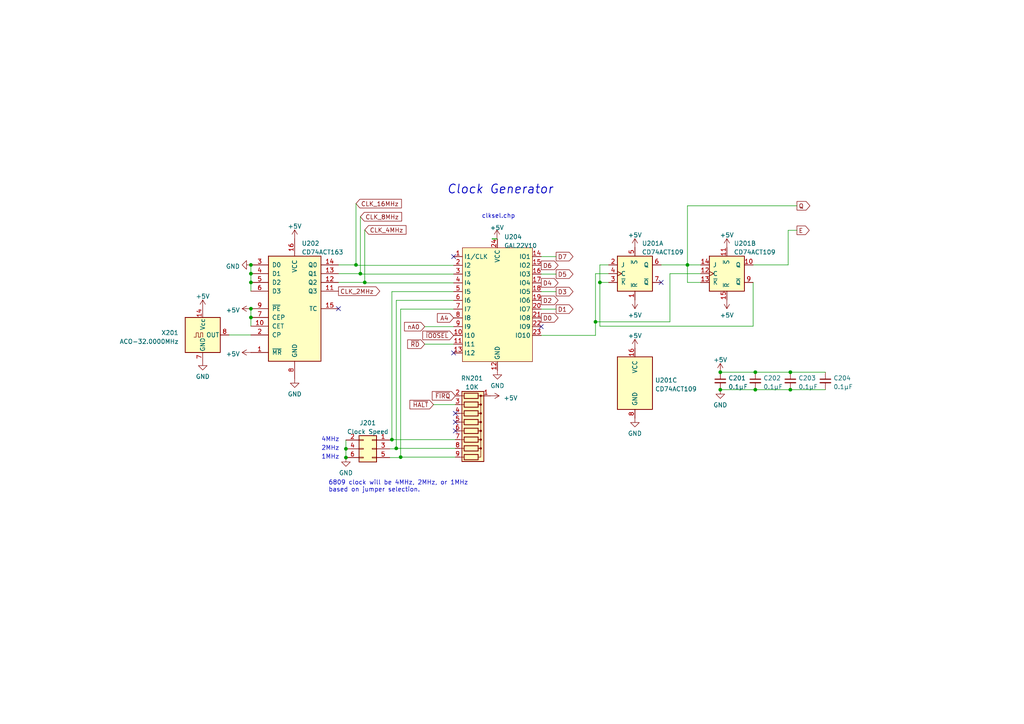
<source format=kicad_sch>
(kicad_sch (version 20230121) (generator eeschema)
  (paper "A4")
  (title_block (title "6809 Playground system board") (date "2023-04-29") (company "Copyright (c) 2022-2023 Jason R. Thorpe. See LICENSE."))
  (lib_symbols
    (symbol "74xx:74LS109" (pin_names (offset 1.016))
      (property "Reference" "U" (at -7.62 8.89 0))
      (property "Value" "74LS109" (at -7.62 -8.89 0))
      (symbol "74LS109_1_0"
        (pin input line (at 0 -7.62 90) (length 2.54) (name "~{R}") (number "1"))
        (pin input line (at -7.62 2.54 0) (length 2.54) (name "J") (number "2"))
        (pin input line (at -7.62 -2.54 0) (length 2.54) (name "~{K}") (number "3"))
        (pin input clock (at -7.62 0 0) (length 2.54) (name "C") (number "4"))
        (pin input line (at 0 7.62 270) (length 2.54) (name "~{S}") (number "5"))
        (pin output line (at 7.62 2.54 180) (length 2.54) (name "Q") (number "6"))
        (pin output line (at 7.62 -2.54 180) (length 2.54) (name "~{Q}") (number "7"))
      )
      (symbol "74LS109_1_1"
        (rectangle (start -5.08 5.08) (end 5.08 -5.08) (stroke (width 0.254)) (fill (type background)))
      )
      (symbol "74LS109_2_0"
        (pin output line (at 7.62 2.54 180) (length 2.54) (name "Q") (number "10"))
        (pin input line (at 0 7.62 270) (length 2.54) (name "~{S}") (number "11"))
        (pin input clock (at -7.62 0 0) (length 2.54) (name "C") (number "12"))
        (pin input line (at -7.62 -2.54 0) (length 2.54) (name "~{K}") (number "13"))
        (pin input line (at -7.62 2.54 0) (length 2.54) (name "J") (number "14"))
        (pin input line (at 0 -7.62 90) (length 2.54) (name "~{R}") (number "15"))
        (pin output line (at 7.62 -2.54 180) (length 2.54) (name "~{Q}") (number "9"))
      )
      (symbol "74LS109_2_1"
        (rectangle (start -5.08 5.08) (end 5.08 -5.08) (stroke (width 0.254)) (fill (type background)))
      )
      (symbol "74LS109_3_0"
        (pin power_in line (at 0 10.16 270) (length 2.54) (name "VCC") (number "16"))
        (pin power_in line (at 0 -10.16 90) (length 2.54) (name "GND") (number "8"))
      )
      (symbol "74LS109_3_1"
        (rectangle (start -5.08 7.62) (end 5.08 -7.62) (stroke (width 0.254)) (fill (type background)))
      )
    )
    (symbol "74xx:74LS163" (pin_names (offset 1.016))
      (property "Reference" "U" (at -7.62 16.51 0))
      (property "Value" "74LS163" (at -7.62 -16.51 0))
      (symbol "74LS163_1_0"
        (pin input line (at -12.7 -12.7 0) (length 5.08) (name "~{MR}") (number "1"))
        (pin input line (at -12.7 -5.08 0) (length 5.08) (name "CET") (number "10"))
        (pin output line (at 12.7 5.08 180) (length 5.08) (name "Q3") (number "11"))
        (pin output line (at 12.7 7.62 180) (length 5.08) (name "Q2") (number "12"))
        (pin output line (at 12.7 10.16 180) (length 5.08) (name "Q1") (number "13"))
        (pin output line (at 12.7 12.7 180) (length 5.08) (name "Q0") (number "14"))
        (pin output line (at 12.7 0 180) (length 5.08) (name "TC") (number "15"))
        (pin power_in line (at 0 20.32 270) (length 5.08) (name "VCC") (number "16"))
        (pin input line (at -12.7 -7.62 0) (length 5.08) (name "CP") (number "2"))
        (pin input line (at -12.7 12.7 0) (length 5.08) (name "D0") (number "3"))
        (pin input line (at -12.7 10.16 0) (length 5.08) (name "D1") (number "4"))
        (pin input line (at -12.7 7.62 0) (length 5.08) (name "D2") (number "5"))
        (pin input line (at -12.7 5.08 0) (length 5.08) (name "D3") (number "6"))
        (pin input line (at -12.7 -2.54 0) (length 5.08) (name "CEP") (number "7"))
        (pin power_in line (at 0 -20.32 90) (length 5.08) (name "GND") (number "8"))
        (pin input line (at -12.7 0 0) (length 5.08) (name "~{PE}") (number "9"))
      )
      (symbol "74LS163_1_1"
        (rectangle (start -7.62 15.24) (end 7.62 -15.24) (stroke (width 0.254)) (fill (type background)))
      )
    )
    (symbol "Connector_Generic:Conn_02x03_Odd_Even" (pin_names (offset 1.016) hide)
      (property "Reference" "J" (at 1.27 5.08 0))
      (property "Value" "Conn_02x03_Odd_Even" (at 1.27 -5.08 0))
      (symbol "Conn_02x03_Odd_Even_1_1"
        (rectangle (start -1.27 -2.413) (end 0 -2.667) (stroke (width 0.1524)))
        (rectangle (start -1.27 0.127) (end 0 -0.127) (stroke (width 0.1524)))
        (rectangle (start -1.27 2.667) (end 0 2.413) (stroke (width 0.1524)))
        (rectangle (start -1.27 3.81) (end 3.81 -3.81) (stroke (width 0.254)) (fill (type background)))
        (rectangle (start 3.81 -2.413) (end 2.54 -2.667) (stroke (width 0.1524)))
        (rectangle (start 3.81 0.127) (end 2.54 -0.127) (stroke (width 0.1524)))
        (rectangle (start 3.81 2.667) (end 2.54 2.413) (stroke (width 0.1524)))
        (pin passive line (at -5.08 2.54 0) (length 3.81) (name "Pin_1") (number "1"))
        (pin passive line (at 7.62 2.54 180) (length 3.81) (name "Pin_2") (number "2"))
        (pin passive line (at -5.08 0 0) (length 3.81) (name "Pin_3") (number "3"))
        (pin passive line (at 7.62 0 180) (length 3.81) (name "Pin_4") (number "4"))
        (pin passive line (at -5.08 -2.54 0) (length 3.81) (name "Pin_5") (number "5"))
        (pin passive line (at 7.62 -2.54 180) (length 3.81) (name "Pin_6") (number "6"))
      )
    )
    (symbol "Device:C_Small" (pin_numbers hide) (pin_names (offset 0.254) hide)
      (property "Reference" "C" (at 0.254 1.778 0))
      (property "Value" "C_Small" (at 0.254 -2.032 0))
      (symbol "C_Small_0_1"
        (polyline (pts (xy -1.524 -0.508) (xy 1.524 -0.508)) (stroke (width 0.3302)))
        (polyline (pts (xy -1.524 0.508) (xy 1.524 0.508)) (stroke (width 0.3048)))
      )
      (symbol "C_Small_1_1"
        (pin passive line (at 0 2.54 270) (length 2.032) (name "~") (number "1"))
        (pin passive line (at 0 -2.54 90) (length 2.032) (name "~") (number "2"))
      )
    )
    (symbol "Device:R_Network08" (pin_names (offset 0) hide)
      (property "Reference" "RN" (at -12.7 0 90))
      (property "Value" "R_Network08" (at 10.16 0 90))
      (symbol "R_Network08_0_1"
        (rectangle (start -11.43 -3.175) (end 8.89 3.175) (stroke (width 0.254)) (fill (type background)))
        (rectangle (start -10.922 1.524) (end -9.398 -2.54) (stroke (width 0.254)))
        (circle (center -10.16 2.286) (radius 0.254) (fill (type outline)))
        (rectangle (start -8.382 1.524) (end -6.858 -2.54) (stroke (width 0.254)))
        (circle (center -7.62 2.286) (radius 0.254) (fill (type outline)))
        (rectangle (start -5.842 1.524) (end -4.318 -2.54) (stroke (width 0.254)))
        (circle (center -5.08 2.286) (radius 0.254) (fill (type outline)))
        (rectangle (start -3.302 1.524) (end -1.778 -2.54) (stroke (width 0.254)))
        (circle (center -2.54 2.286) (radius 0.254) (fill (type outline)))
        (rectangle (start -0.762 1.524) (end 0.762 -2.54) (stroke (width 0.254)))
        (polyline (pts (xy -10.16 -2.54) (xy -10.16 -3.81)))
        (polyline (pts (xy -7.62 -2.54) (xy -7.62 -3.81)))
        (polyline (pts (xy -5.08 -2.54) (xy -5.08 -3.81)))
        (polyline (pts (xy -2.54 -2.54) (xy -2.54 -3.81)))
        (polyline (pts (xy 0 -2.54) (xy 0 -3.81)))
        (polyline (pts (xy 2.54 -2.54) (xy 2.54 -3.81)))
        (polyline (pts (xy 5.08 -2.54) (xy 5.08 -3.81)))
        (polyline (pts (xy 7.62 -2.54) (xy 7.62 -3.81)))
        (polyline (pts (xy -10.16 1.524) (xy -10.16 2.286) (xy -7.62 2.286) (xy -7.62 1.524)))
        (polyline (pts (xy -7.62 1.524) (xy -7.62 2.286) (xy -5.08 2.286) (xy -5.08 1.524)))
        (polyline (pts (xy -5.08 1.524) (xy -5.08 2.286) (xy -2.54 2.286) (xy -2.54 1.524)))
        (polyline (pts (xy -2.54 1.524) (xy -2.54 2.286) (xy 0 2.286) (xy 0 1.524)))
        (polyline (pts (xy 0 1.524) (xy 0 2.286) (xy 2.54 2.286) (xy 2.54 1.524)))
        (polyline (pts (xy 2.54 1.524) (xy 2.54 2.286) (xy 5.08 2.286) (xy 5.08 1.524)))
        (polyline (pts (xy 5.08 1.524) (xy 5.08 2.286) (xy 7.62 2.286) (xy 7.62 1.524)))
        (circle (center 0 2.286) (radius 0.254) (fill (type outline)))
        (rectangle (start 1.778 1.524) (end 3.302 -2.54) (stroke (width 0.254)))
        (circle (center 2.54 2.286) (radius 0.254) (fill (type outline)))
        (rectangle (start 4.318 1.524) (end 5.842 -2.54) (stroke (width 0.254)))
        (circle (center 5.08 2.286) (radius 0.254) (fill (type outline)))
        (rectangle (start 6.858 1.524) (end 8.382 -2.54) (stroke (width 0.254)))
      )
      (symbol "R_Network08_1_1"
        (pin passive line (at -10.16 5.08 270) (length 2.54) (name "common") (number "1"))
        (pin passive line (at -10.16 -5.08 90) (length 1.27) (name "R1") (number "2"))
        (pin passive line (at -7.62 -5.08 90) (length 1.27) (name "R2") (number "3"))
        (pin passive line (at -5.08 -5.08 90) (length 1.27) (name "R3") (number "4"))
        (pin passive line (at -2.54 -5.08 90) (length 1.27) (name "R4") (number "5"))
        (pin passive line (at 0 -5.08 90) (length 1.27) (name "R5") (number "6"))
        (pin passive line (at 2.54 -5.08 90) (length 1.27) (name "R6") (number "7"))
        (pin passive line (at 5.08 -5.08 90) (length 1.27) (name "R7") (number "8"))
        (pin passive line (at 7.62 -5.08 90) (length 1.27) (name "R8") (number "9"))
      )
    )
    (symbol "Oscillator:ACO-xxxMHz" (pin_names (offset 0.254))
      (property "Reference" "X" (at -5.08 6.35 0))
      (property "Value" "ACO-xxxMHz" (at 1.27 -6.35 0))
      (symbol "ACO-xxxMHz_0_1"
        (rectangle (start -5.08 5.08) (end 5.08 -5.08) (stroke (width 0.254)) (fill (type background)))
        (polyline (pts (xy -2.54 -0.635) (xy -1.905 -0.635) (xy -1.905 0.635) (xy -1.27 0.635) (xy -1.27 -0.635) (xy -0.635 -0.635) (xy -0.635 0.635) (xy 0 0.635) (xy 0 -0.635)))
      )
      (symbol "ACO-xxxMHz_1_1"
        (pin no_connect line (at -5.08 2.54 0) (length 2.54) hide (name "NC") (number "1"))
        (pin power_in line (at 0 7.62 270) (length 2.54) (name "Vcc") (number "14"))
        (pin power_in line (at 0 -7.62 90) (length 2.54) (name "GND") (number "7"))
        (pin output line (at 7.62 0 180) (length 2.54) (name "OUT") (number "8"))
      )
    )
    (symbol "jrt-ICs:GAL22V10" (pin_names (offset 0.5))
      (property "Reference" "U" (at 2.54 20.32 0))
      (property "Value" "GAL22V10" (at 0 0 0))
      (symbol "GAL22V10_1_1"
        (rectangle (start -10.16 16.51) (end 10.16 -16.51) (fill (type background)))
        (pin input line (at -12.7 13.97 0) (length 2.54) (name "I1/CLK") (number "1"))
        (pin input line (at -12.7 -8.89 0) (length 2.54) (name "I10") (number "10"))
        (pin input line (at -12.7 -11.43 0) (length 2.54) (name "I11") (number "11"))
        (pin power_in line (at 0 -19.05 90) (length 2.54) (name "GND") (number "12"))
        (pin input line (at -12.7 -13.97 0) (length 2.54) (name "I12") (number "13"))
        (pin tri_state line (at 12.7 13.97 180) (length 2.54) (name "IO1") (number "14"))
        (pin tri_state line (at 12.7 11.43 180) (length 2.54) (name "IO2") (number "15"))
        (pin tri_state line (at 12.7 8.89 180) (length 2.54) (name "IO3") (number "16"))
        (pin tri_state line (at 12.7 6.35 180) (length 2.54) (name "IO4") (number "17"))
        (pin tri_state line (at 12.7 3.81 180) (length 2.54) (name "IO5") (number "18"))
        (pin tri_state line (at 12.7 1.27 180) (length 2.54) (name "IO6") (number "19"))
        (pin input line (at -12.7 11.43 0) (length 2.54) (name "I2") (number "2"))
        (pin tri_state line (at 12.7 -1.27 180) (length 2.54) (name "IO7") (number "20"))
        (pin tri_state line (at 12.7 -3.81 180) (length 2.54) (name "IO8") (number "21"))
        (pin tri_state line (at 12.7 -6.35 180) (length 2.54) (name "IO9") (number "22"))
        (pin tri_state line (at 12.7 -8.89 180) (length 2.54) (name "IO10") (number "23"))
        (pin power_in line (at 0 19.05 270) (length 2.54) (name "VCC") (number "24"))
        (pin input line (at -12.7 8.89 0) (length 2.54) (name "I3") (number "3"))
        (pin input line (at -12.7 6.35 0) (length 2.54) (name "I4") (number "4"))
        (pin input line (at -12.7 3.81 0) (length 2.54) (name "I5") (number "5"))
        (pin input line (at -12.7 1.27 0) (length 2.54) (name "I6") (number "6"))
        (pin input line (at -12.7 -1.27 0) (length 2.54) (name "I7") (number "7"))
        (pin input line (at -12.7 -3.81 0) (length 2.54) (name "I8") (number "8"))
        (pin input line (at -12.7 -6.35 0) (length 2.54) (name "I9") (number "9"))
      )
    )
    (symbol "power:+5V" (power) (pin_names (offset 0))
      (property "Value" "+5V" (at 0 3.556 0))
      (symbol "+5V_0_1"
        (polyline (pts (xy -0.762 1.27) (xy 0 2.54)))
        (polyline (pts (xy 0 0) (xy 0 2.54)))
        (polyline (pts (xy 0 2.54) (xy 0.762 1.27)))
      )
      (symbol "+5V_1_1"
        (pin power_in line (at 0 0 90) (length 0) hide (name "+5V") (number "1"))
      )
    )
    (symbol "power:GND" (power) (pin_names (offset 0))
      (property "Value" "GND" (at 0 -3.81 0))
      (symbol "GND_0_1"
        (polyline (pts (xy 0 0) (xy 0 -1.27) (xy 1.27 -1.27) (xy 0 -2.54) (xy -1.27 -1.27) (xy 0 -1.27)))
      )
      (symbol "GND_1_1"
        (pin power_in line (at 0 0 270) (length 0) hide (name "GND") (number "1"))
      )
    )
  )
  (junction (at 104.521 79.375))
  (junction (at 114.935 130.048))
  (junction (at 72.771 89.535))
  (junction (at 105.791 81.915))
  (junction (at 229.235 113.03))
  (junction (at 219.075 113.03))
  (junction (at 72.771 79.375))
  (junction (at 173.99 81.915))
  (junction (at 199.39 76.835))
  (junction (at 208.915 107.95))
  (junction (at 229.235 107.95))
  (junction (at 100.33 132.715))
  (junction (at 100.33 130.175))
  (junction (at 208.915 113.03))
  (junction (at 113.665 127.508))
  (junction (at 103.251 76.835))
  (junction (at 116.205 132.588))
  (junction (at 72.771 81.915))
  (junction (at 172.72 93.345))
  (junction (at 72.771 92.075))
  (junction (at 72.771 76.835))
  (junction (at 219.075 107.95))
  (no_connect (at 156.972 94.742))
  (no_connect (at 131.572 102.362))
  (no_connect (at 98.171 89.535))
  (no_connect (at 131.572 74.422))
  (no_connect (at 191.77 81.915))
  (no_connect (at 132.08 122.428))
  (no_connect (at 132.08 124.968))
  (no_connect (at 132.08 119.888))
  (wire (pts (xy 113.03 130.175) (xy 114.935 130.175)))
  (wire (pts (xy 172.72 79.375) (xy 176.53 79.375)))
  (wire (pts (xy 173.99 94.615) (xy 173.99 81.915)))
  (wire (pts (xy 228.6 76.835) (xy 228.6 66.802)))
  (wire (pts (xy 199.39 81.915) (xy 203.2 81.915)))
  (wire (pts (xy 72.771 79.375) (xy 72.771 81.915)))
  (wire (pts (xy 176.53 76.835) (xy 173.99 76.835)))
  (wire (pts (xy 156.972 97.282) (xy 172.72 97.282)))
  (wire (pts (xy 105.791 82.042) (xy 105.791 81.915)))
  (wire (pts (xy 125.73 117.348) (xy 132.08 117.348)))
  (wire (pts (xy 98.171 79.375) (xy 104.521 79.375)))
  (wire (pts (xy 228.6 66.802) (xy 231.14 66.802)))
  (wire (pts (xy 116.205 89.662) (xy 131.572 89.662)))
  (wire (pts (xy 199.39 76.835) (xy 203.2 76.835)))
  (wire (pts (xy 72.771 89.535) (xy 72.771 92.075)))
  (wire (pts (xy 194.31 79.375) (xy 203.2 79.375)))
  (wire (pts (xy 103.251 76.962) (xy 131.572 76.962)))
  (wire (pts (xy 194.31 93.345) (xy 194.31 79.375)))
  (wire (pts (xy 113.665 127.508) (xy 113.665 127.635)))
  (wire (pts (xy 103.251 59.055) (xy 103.251 76.835)))
  (wire (pts (xy 142.748 69.342) (xy 142.748 69.215)))
  (wire (pts (xy 113.665 84.582) (xy 131.572 84.582)))
  (wire (pts (xy 123.19 94.742) (xy 131.572 94.742)))
  (wire (pts (xy 114.935 87.122) (xy 131.572 87.122)))
  (wire (pts (xy 113.03 132.715) (xy 116.205 132.715)))
  (wire (pts (xy 156.972 84.582) (xy 161.29 84.582)))
  (wire (pts (xy 98.171 76.835) (xy 103.251 76.835)))
  (wire (pts (xy 173.99 76.835) (xy 173.99 81.915)))
  (wire (pts (xy 172.72 93.345) (xy 194.31 93.345)))
  (wire (pts (xy 208.915 107.95) (xy 219.075 107.95)))
  (wire (pts (xy 104.521 62.865) (xy 104.521 79.375)))
  (wire (pts (xy 114.935 130.048) (xy 132.08 130.048)))
  (wire (pts (xy 72.771 76.835) (xy 72.771 79.375)))
  (wire (pts (xy 191.77 76.835) (xy 199.39 76.835)))
  (wire (pts (xy 156.972 89.662) (xy 161.29 89.662)))
  (wire (pts (xy 104.521 79.502) (xy 104.521 79.375)))
  (wire (pts (xy 172.72 79.375) (xy 172.72 93.345)))
  (wire (pts (xy 105.791 82.042) (xy 131.572 82.042)))
  (wire (pts (xy 103.251 76.962) (xy 103.251 76.835)))
  (wire (pts (xy 66.421 97.155) (xy 72.771 97.155)))
  (wire (pts (xy 123.19 99.822) (xy 131.572 99.822)))
  (wire (pts (xy 156.972 79.502) (xy 161.29 79.502)))
  (wire (pts (xy 172.72 93.345) (xy 172.72 97.282)))
  (wire (pts (xy 116.205 132.588) (xy 116.205 132.715)))
  (wire (pts (xy 219.075 113.03) (xy 229.235 113.03)))
  (wire (pts (xy 116.205 89.662) (xy 116.205 132.588)))
  (wire (pts (xy 114.935 87.122) (xy 114.935 130.048)))
  (wire (pts (xy 98.171 81.915) (xy 105.791 81.915)))
  (wire (pts (xy 114.935 130.048) (xy 114.935 130.175)))
  (wire (pts (xy 72.771 81.915) (xy 72.771 84.455)))
  (wire (pts (xy 156.972 74.422) (xy 161.29 74.422)))
  (wire (pts (xy 218.44 81.915) (xy 218.44 94.615)))
  (wire (pts (xy 173.99 81.915) (xy 176.53 81.915)))
  (wire (pts (xy 113.665 84.582) (xy 113.665 127.508)))
  (wire (pts (xy 199.39 76.835) (xy 199.39 81.915)))
  (wire (pts (xy 219.075 107.95) (xy 229.235 107.95)))
  (wire (pts (xy 113.665 127.508) (xy 132.08 127.508)))
  (wire (pts (xy 218.44 94.615) (xy 173.99 94.615)))
  (wire (pts (xy 100.33 130.175) (xy 100.33 132.715)))
  (wire (pts (xy 100.33 127.635) (xy 100.33 130.175)))
  (wire (pts (xy 142.748 69.215) (xy 144.145 69.215)))
  (wire (pts (xy 199.39 59.69) (xy 231.14 59.69)))
  (wire (pts (xy 218.44 76.835) (xy 228.6 76.835)))
  (wire (pts (xy 229.235 113.03) (xy 239.395 113.03)))
  (wire (pts (xy 72.771 92.075) (xy 72.771 94.615)))
  (wire (pts (xy 105.791 66.675) (xy 105.791 81.915)))
  (wire (pts (xy 104.521 79.502) (xy 131.572 79.502)))
  (wire (pts (xy 229.235 107.95) (xy 239.395 107.95)))
  (wire (pts (xy 199.39 76.835) (xy 199.39 59.69)))
  (wire (pts (xy 208.915 113.03) (xy 219.075 113.03)))
  (wire (pts (xy 113.03 127.635) (xy 113.665 127.635)))
  (wire (pts (xy 144.272 69.342) (xy 142.748 69.342)))
  (wire (pts (xy 116.205 132.588) (xy 132.08 132.588)))
  (text "clksel.chp" (at 139.7 63.5 0) (effects (font (size 1.27 1.27)) (justify left bottom)))
  (text "1MHz" (at 98.425 133.35 0) (effects (font (size 1.27 1.27)) (justify right bottom)))
  (text "4MHz" (at 98.425 128.27 0) (effects (font (size 1.27 1.27)) (justify right bottom)))
  (text "2MHz" (at 98.425 130.81 0) (effects (font (size 1.27 1.27)) (justify right bottom)))
  (text "Clock Generator" (at 129.54 56.515 0) (effects (font (size 2.54 2.54) (thickness 0.254) bold italic) (justify left bottom)))
  (text "6809 clock will be 4MHz, 2MHz, or 1MHz\nbased on jumper selection." (at 95.25 142.875 0) (effects (font (size 1.27 1.27)) (justify left bottom)))
  (global_label "CLK_4MHz" (shape input) (at 105.791 66.675 0) (property "Intersheetrefs" "${INTERSHEET_REFS}" (effects hide)))
  (global_label "CLK_8MHz" (shape input) (at 104.521 62.865 0) (property "Intersheetrefs" "${INTERSHEET_REFS}" (effects hide)))
  (global_label "D2" (shape output) (at 156.972 87.122 0) (property "Intersheetrefs" "${INTERSHEET_REFS}" (effects hide)))
  (global_label "D3" (shape output) (at 161.29 84.582 0) (property "Intersheetrefs" "${INTERSHEET_REFS}" (effects hide)))
  (global_label "CLK_16MHz" (shape input) (at 103.251 59.055 0) (property "Intersheetrefs" "${INTERSHEET_REFS}" (effects hide)))
  (global_label "~{IO0SEL}" (shape input) (at 131.572 97.282 180) (property "Intersheetrefs" "${INTERSHEET_REFS}" (effects hide)))
  (global_label "E" (shape output) (at 231.14 66.802 0) (property "Intersheetrefs" "${INTERSHEET_REFS}" (effects hide)))
  (global_label "D5" (shape output) (at 161.29 79.502 0) (property "Intersheetrefs" "${INTERSHEET_REFS}" (effects hide)))
  (global_label "nA0" (shape input) (at 123.19 94.742 180) (property "Intersheetrefs" "${INTERSHEET_REFS}" (effects hide)))
  (global_label "D4" (shape output) (at 156.972 82.042 0) (property "Intersheetrefs" "${INTERSHEET_REFS}" (effects hide)))
  (global_label "D1" (shape output) (at 161.29 89.662 0) (property "Intersheetrefs" "${INTERSHEET_REFS}" (effects hide)))
  (global_label "Q" (shape output) (at 231.14 59.69 0) (property "Intersheetrefs" "${INTERSHEET_REFS}" (effects hide)))
  (global_label "D0" (shape output) (at 156.972 92.202 0) (property "Intersheetrefs" "${INTERSHEET_REFS}" (effects hide)))
  (global_label "~{RD}" (shape input) (at 123.19 99.822 180) (property "Intersheetrefs" "${INTERSHEET_REFS}" (effects hide)))
  (global_label "~{FIRQ}" (shape input) (at 132.08 114.808 180) (property "Intersheetrefs" "${INTERSHEET_REFS}" (effects hide)))
  (global_label "A4" (shape input) (at 131.572 92.202 180) (property "Intersheetrefs" "${INTERSHEET_REFS}" (effects hide)))
  (global_label "D6" (shape output) (at 156.972 76.962 0) (property "Intersheetrefs" "${INTERSHEET_REFS}" (effects hide)))
  (global_label "CLK_2MHz" (shape output) (at 98.171 84.455 0) (property "Intersheetrefs" "${INTERSHEET_REFS}" (effects hide)))
  (global_label "~{HALT}" (shape input) (at 125.73 117.348 180) (property "Intersheetrefs" "${INTERSHEET_REFS}" (effects hide)))
  (global_label "D7" (shape output) (at 161.29 74.422 0) (property "Intersheetrefs" "${INTERSHEET_REFS}" (effects hide)))
  (symbol (lib_id "power:+5V") (at 72.771 89.535 90) (unit 1)
    (property "Reference" "#PWR0209" (effects hide))
    (property "Value" "+5V" (at 69.5961 89.9688 90) (effects (justify left)))
  )
  (symbol (lib_id "power:+5V") (at 85.471 69.215 0) (unit 1)
    (property "Reference" "#PWR0201" (effects hide))
    (property "Value" "+5V" (at 85.471 65.6392 0))
  )
  (symbol (lib_id "power:+5V") (at 72.771 102.235 90) (unit 1)
    (property "Reference" "#PWR0212" (effects hide))
    (property "Value" "+5V" (at 69.5961 102.6688 90) (effects (justify left)))
  )
  (symbol (lib_id "power:+5V") (at 184.15 86.995 180) (unit 1)
    (property "Reference" "#PWR0206" (effects hide))
    (property "Value" "+5V" (at 184.15 91.4384 0))
  )
  (symbol (lib_id "power:GND") (at 72.771 76.835 270) (unit 1)
    (property "Reference" "#PWR0205" (effects hide))
    (property "Value" "GND" (at 69.5961 77.2688 90) (effects (justify right)))
  )
  (symbol (lib_id "74xx:74LS109") (at 210.82 79.375 0) (unit 2)
    (property "Reference" "U201" (at 212.8394 70.5952 0) (effects (justify left)))
    (property "Value" "CD74ACT109" (at 212.8394 73.1321 0) (effects (justify left)))
    (property "Footprint" "Package_DIP:DIP-16_W7.62mm_Socket" (effects hide))
    (property "Datasheet" "http://www.ti.com/lit/gpn/sn74LS109" (effects hide))
  )
  (symbol (lib_id "Device:R_Network08") (at 137.16 124.968 270) (unit 1)
    (property "Reference" "RN201" (at 136.906 109.728 90))
    (property "Value" "10K" (at 136.906 112.268 90))
    (property "Footprint" "Resistor_THT:R_Array_SIP9" (effects hide))
    (property "Datasheet" "http://www.vishay.com/docs/31509/csc.pdf" (effects hide))
  )
  (symbol (lib_id "Device:C_Small") (at 229.235 110.49 0) (unit 1)
    (property "Reference" "C203" (at 231.5591 109.6616 0) (effects (justify left)))
    (property "Value" "0.1µF" (at 231.5591 112.1985 0) (effects (justify left)))
    (property "Footprint" "Capacitor_THT:C_Disc_D3.8mm_W2.6mm_P2.50mm" (effects hide))
  )
  (symbol (lib_id "power:+5V") (at 184.15 100.965 0) (unit 1)
    (property "Reference" "#PWR0211" (effects hide))
    (property "Value" "+5V" (at 184.15 97.3892 0))
  )
  (symbol (lib_id "power:+5V") (at 184.15 71.755 0) (unit 1)
    (property "Reference" "#PWR0202" (effects hide))
    (property "Value" "+5V" (at 184.15 68.1792 0))
  )
  (symbol (lib_id "power:+5V") (at 210.82 71.755 0) (unit 1)
    (property "Reference" "#PWR0203" (effects hide))
    (property "Value" "+5V" (at 210.82 68.1792 0))
  )
  (symbol (lib_id "Device:C_Small") (at 219.075 110.49 0) (unit 1)
    (property "Reference" "C202" (at 221.3991 109.6616 0) (effects (justify left)))
    (property "Value" "0.1µF" (at 221.3991 112.1985 0) (effects (justify left)))
    (property "Footprint" "Capacitor_THT:C_Disc_D3.8mm_W2.6mm_P2.50mm" (effects hide))
  )
  (symbol (lib_id "power:GND") (at 85.471 109.855 0) (unit 1)
    (property "Reference" "#PWR0215" (effects hide))
    (property "Value" "GND" (at 85.471 114.3 0))
  )
  (symbol (lib_id "power:GND") (at 100.33 132.715 0) (unit 1)
    (property "Reference" "#PWR0220" (effects hide))
    (property "Value" "GND" (at 100.33 137.16 0))
  )
  (symbol (lib_id "power:GND") (at 208.915 113.03 0) (unit 1)
    (property "Reference" "#PWR0216" (effects hide))
    (property "Value" "GND" (at 208.915 117.4734 0))
  )
  (symbol (lib_id "Connector_Generic:Conn_02x03_Odd_Even") (at 107.95 130.175 0) (mirror y) (unit 1)
    (property "Reference" "J201" (at 106.68 122.6652 0))
    (property "Value" "Clock Speed" (at 106.68 125.2021 0))
    (property "Footprint" "Connector_PinHeader_2.54mm:PinHeader_2x03_P2.54mm_Vertical" (effects hide))
  )
  (symbol (lib_id "jrt-ICs:GAL22V10") (at 144.272 88.392 0) (unit 1)
    (property "Reference" "U204" (at 146.2279 68.707 0) (effects (justify left)))
    (property "Value" "GAL22V10" (at 146.2279 71.247 0) (effects (justify left)))
    (property "Footprint" "Package_DIP:DIP-24_W7.62mm_Socket" (effects hide))
  )
  (symbol (lib_id "power:GND") (at 184.15 121.285 0) (unit 1)
    (property "Reference" "#PWR0217" (effects hide))
    (property "Value" "GND" (at 184.15 125.7284 0))
  )
  (symbol (lib_id "power:+5V") (at 142.24 114.808 270) (unit 1)
    (property "Reference" "#PWR0221" (effects hide))
    (property "Value" "+5V" (at 146.05 115.443 90) (effects (justify left)))
  )
  (symbol (lib_id "Device:C_Small") (at 208.915 110.49 0) (unit 1)
    (property "Reference" "C201" (at 211.2391 109.6616 0) (effects (justify left)))
    (property "Value" "0.1µF" (at 211.2391 112.1985 0) (effects (justify left)))
    (property "Footprint" "Capacitor_THT:C_Disc_D3.8mm_W2.6mm_P2.50mm" (effects hide))
  )
  (symbol (lib_id "Oscillator:ACO-xxxMHz") (at 58.801 97.155 0) (unit 1)
    (property "Reference" "X201" (at 51.816 96.52 0) (effects (justify right)))
    (property "Value" "ACO-32.0000MHz" (at 51.816 99.06 0) (effects (justify right)))
    (property "Footprint" "Oscillator:Oscillator_DIP-14" (effects hide))
    (property "Datasheet" "http://www.conwin.com/datasheets/cx/cx030.pdf" (effects hide))
  )
  (symbol (lib_id "power:+5V") (at 208.915 107.95 0) (unit 1)
    (property "Reference" "#PWR0214" (effects hide))
    (property "Value" "+5V" (at 208.915 104.3742 0))
  )
  (symbol (lib_id "power:+5V") (at 58.801 89.535 0) (unit 1)
    (property "Reference" "#PWR0208" (effects hide))
    (property "Value" "+5V" (at 58.801 85.9592 0))
  )
  (symbol (lib_id "Device:C_Small") (at 239.395 110.49 0) (unit 1)
    (property "Reference" "C204" (at 241.7191 109.6616 0) (effects (justify left)))
    (property "Value" "0.1µF" (at 241.7191 112.1985 0) (effects (justify left)))
    (property "Footprint" "Capacitor_THT:C_Disc_D3.8mm_W2.6mm_P2.50mm" (effects hide))
  )
  (symbol (lib_id "power:+5V") (at 144.145 69.215 0) (unit 1)
    (property "Reference" "#PWR0222" (effects hide))
    (property "Value" "+5V" (at 144.145 66.04 0))
  )
  (symbol (lib_id "74xx:74LS109") (at 184.15 111.125 0) (unit 3)
    (property "Reference" "U201" (at 189.992 110.2903 0) (effects (justify left)))
    (property "Value" "CD74ACT109" (at 189.992 112.8272 0) (effects (justify left)))
    (property "Footprint" "Package_DIP:DIP-16_W7.62mm_Socket" (effects hide))
    (property "Datasheet" "http://www.ti.com/lit/gpn/sn74LS109" (effects hide))
  )
  (symbol (lib_id "74xx:74LS109") (at 184.15 79.375 0) (unit 1)
    (property "Reference" "U201" (at 186.1694 70.5952 0) (effects (justify left)))
    (property "Value" "CD74ACT109" (at 186.1694 73.1321 0) (effects (justify left)))
    (property "Footprint" "Package_DIP:DIP-16_W7.62mm_Socket" (effects hide))
    (property "Datasheet" "http://www.ti.com/lit/gpn/sn74LS109" (effects hide))
  )
  (symbol (lib_id "power:GND") (at 144.272 107.442 0) (unit 1)
    (property "Reference" "#PWR0223" (effects hide))
    (property "Value" "GND" (at 144.272 111.887 0))
  )
  (symbol (lib_id "power:GND") (at 58.801 104.775 0) (unit 1)
    (property "Reference" "#PWR0213" (effects hide))
    (property "Value" "GND" (at 58.801 109.2184 0))
  )
  (symbol (lib_id "power:+5V") (at 210.82 86.995 180) (unit 1)
    (property "Reference" "#PWR0207" (effects hide))
    (property "Value" "+5V" (at 210.82 91.4384 0))
  )
  (symbol (lib_id "74xx:74LS163") (at 85.471 89.535 0) (unit 1)
    (property "Reference" "U202" (at 87.4904 70.5952 0) (effects (justify left)))
    (property "Value" "CD74ACT163" (at 87.4904 73.1321 0) (effects (justify left)))
    (property "Footprint" "Package_DIP:DIP-16_W7.62mm_Socket" (effects hide))
    (property "Datasheet" "http://www.ti.com/lit/gpn/sn74LS163" (effects hide))
  )
)
</source>
